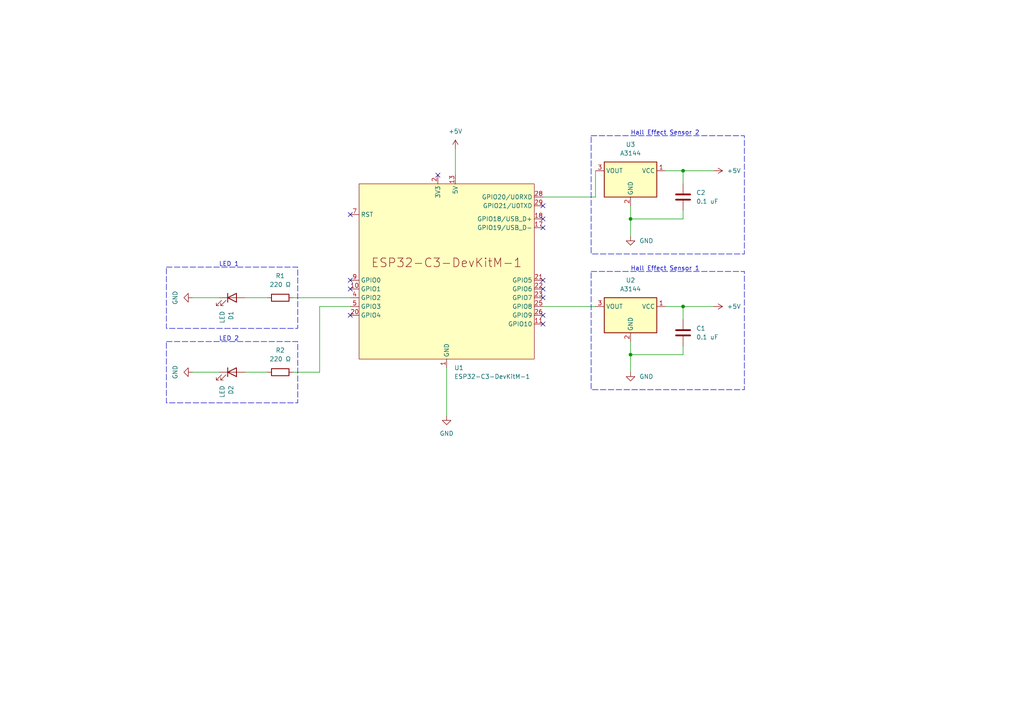
<source format=kicad_sch>
(kicad_sch (version 20230121) (generator eeschema)
  (paper "A4")
  (title_block (title "hall_sensor_async.rs") (date "2024-02-18") (rev "00") (comment 1 "dual hall effect sensors & separately controlled LEDs to test async control"))
  (lib_symbols
    (symbol "Device:C" (pin_numbers hide) (pin_names (offset 0.254))
      (property "Reference" "C" (at 0.635 2.54 0))
      (property "Value" "C" (at 0.635 -2.54 0))
      (symbol "C_0_1"
        (polyline (pts (xy -2.032 -0.762) (xy 2.032 -0.762)) (stroke (width 0.508)))
        (polyline (pts (xy -2.032 0.762) (xy 2.032 0.762)) (stroke (width 0.508)))
      )
      (symbol "C_1_1"
        (pin passive line (at 0 3.81 270) (length 2.794) (name "~") (number "1"))
        (pin passive line (at 0 -3.81 90) (length 2.794) (name "~") (number "2"))
      )
    )
    (symbol "Device:LED" (pin_numbers hide) (pin_names (offset 1.016) hide)
      (property "Reference" "D" (at 0 2.54 0))
      (property "Value" "LED" (at 0 -2.54 0))
      (symbol "LED_0_1"
        (polyline (pts (xy -1.27 -1.27) (xy -1.27 1.27)) (stroke (width 0.254)))
        (polyline (pts (xy -1.27 0) (xy 1.27 0)))
        (polyline (pts (xy 1.27 -1.27) (xy 1.27 1.27) (xy -1.27 0) (xy 1.27 -1.27)) (stroke (width 0.254)))
        (polyline (pts (xy -3.048 -0.762) (xy -4.572 -2.286) (xy -3.81 -2.286) (xy -4.572 -2.286) (xy -4.572 -1.524)))
        (polyline (pts (xy -1.778 -0.762) (xy -3.302 -2.286) (xy -2.54 -2.286) (xy -3.302 -2.286) (xy -3.302 -1.524)))
      )
      (symbol "LED_1_1"
        (pin passive line (at -3.81 0 0) (length 2.54) (name "K") (number "1"))
        (pin passive line (at 3.81 0 180) (length 2.54) (name "A") (number "2"))
      )
    )
    (symbol "Device:R" (pin_numbers hide) (pin_names (offset 0))
      (property "Reference" "R" (at 2.032 0 90))
      (property "Value" "R" (at 0 0 90))
      (symbol "R_0_1"
        (rectangle (start -1.016 -2.54) (end 1.016 2.54) (stroke (width 0.254)))
      )
      (symbol "R_1_1"
        (pin passive line (at 0 3.81 270) (length 1.27) (name "~") (number "1"))
        (pin passive line (at 0 -3.81 90) (length 1.27) (name "~") (number "2"))
      )
    )
    (symbol "PCM_Espressif:ESP32-C3-DevKitM-1"
      (property "Reference" "U" (at -25.4 30.48 0))
      (property "Value" "ESP32-C3-DevKitM-1" (at -25.4 27.94 0))
      (symbol "ESP32-C3-DevKitM-1_0_1"
        (rectangle (start -25.4 25.4) (end 25.4 -25.4) (fill (type background)))
      )
      (symbol "ESP32-C3-DevKitM-1_1_0"
        (text "ESP32-C3-DevKitM-1" (at 0 2.54 0) (effects (font (size 2.54 2.54))))
      )
      (symbol "ESP32-C3-DevKitM-1_1_1"
        (pin passive line (at 0 -27.94 90) (length 2.54) (name "GND") (number "1"))
        (pin bidirectional line (at -27.94 -5.08 0) (length 2.54) (name "GPIO1") (number "10"))
        (pin bidirectional line (at 27.94 -15.24 180) (length 2.54) (name "GPIO10") (number "11"))
        (pin passive line (at 0 -27.94 90) (length 2.54) hide (name "GND") (number "12"))
        (pin power_in line (at 2.54 27.94 270) (length 2.54) (name "5V") (number "13"))
        (pin power_in line (at 2.54 27.94 270) (length 2.54) hide (name "5V") (number "14"))
        (pin passive line (at 0 -27.94 90) (length 2.54) hide (name "GND") (number "15"))
        (pin passive line (at 0 -27.94 90) (length 2.54) hide (name "GND") (number "16"))
        (pin bidirectional line (at 27.94 12.7 180) (length 2.54) (name "GPIO19/USB_D-") (number "17"))
        (pin bidirectional line (at 27.94 15.24 180) (length 2.54) (name "GPIO18/USB_D+") (number "18"))
        (pin passive line (at 0 -27.94 90) (length 2.54) hide (name "GND") (number "19"))
        (pin power_in line (at -2.54 27.94 270) (length 2.54) (name "3V3") (number "2"))
        (pin bidirectional line (at -27.94 -12.7 0) (length 2.54) (name "GPIO4") (number "20"))
        (pin bidirectional line (at 27.94 -2.54 180) (length 2.54) (name "GPIO5") (number "21"))
        (pin bidirectional line (at 27.94 -5.08 180) (length 2.54) (name "GPIO6") (number "22"))
        (pin bidirectional line (at 27.94 -7.62 180) (length 2.54) (name "GPIO7") (number "23"))
        (pin passive line (at 0 -27.94 90) (length 2.54) hide (name "GND") (number "24"))
        (pin bidirectional line (at 27.94 -10.16 180) (length 2.54) (name "GPIO8") (number "25"))
        (pin bidirectional line (at 27.94 -12.7 180) (length 2.54) (name "GPIO9") (number "26"))
        (pin passive line (at 0 -27.94 90) (length 2.54) hide (name "GND") (number "27"))
        (pin bidirectional line (at 27.94 21.59 180) (length 2.54) (name "GPIO20/U0RXD") (number "28"))
        (pin bidirectional line (at 27.94 19.05 180) (length 2.54) (name "GPIO21/U0TXD") (number "29"))
        (pin power_in line (at -2.54 27.94 270) (length 2.54) hide (name "3V3") (number "3"))
        (pin passive line (at 0 -27.94 90) (length 2.54) hide (name "GND") (number "30"))
        (pin bidirectional line (at -27.94 -7.62 0) (length 2.54) (name "GPIO2") (number "4"))
        (pin bidirectional line (at -27.94 -10.16 0) (length 2.54) (name "GPIO3") (number "5"))
        (pin passive line (at 0 -27.94 90) (length 2.54) hide (name "GND") (number "6"))
        (pin output line (at -27.94 16.51 0) (length 2.54) (name "RST") (number "7"))
        (pin passive line (at 0 -27.94 90) (length 2.54) hide (name "GND") (number "8"))
        (pin bidirectional line (at -27.94 -2.54 0) (length 2.54) (name "GPIO0") (number "9"))
      )
    )
    (symbol "custom_symbols:A3144"
      (property "Reference" "U" (at 0 11.43 0))
      (property "Value" "A3144" (at 0 8.89 0))
      (symbol "A3144_0_1"
        (rectangle (start -5.08 7.62) (end 5.08 -7.62) (stroke (width 0.254)) (fill (type background)))
      )
      (symbol "A3144_1_1"
        (pin power_in line (at -2.54 10.16 270) (length 2.54) (name "VCC") (number "1"))
        (pin power_in line (at 7.62 0 180) (length 2.54) (name "GND") (number "2"))
        (pin open_collector line (at -2.54 -10.16 90) (length 2.54) (name "VOUT") (number "3"))
      )
    )
    (symbol "power:+5V" (power) (pin_names (offset 0))
      (property "Value" "+5V" (at 0 3.556 0))
      (symbol "+5V_0_1"
        (polyline (pts (xy -0.762 1.27) (xy 0 2.54)))
        (polyline (pts (xy 0 0) (xy 0 2.54)))
        (polyline (pts (xy 0 2.54) (xy 0.762 1.27)))
      )
      (symbol "+5V_1_1"
        (pin power_in line (at 0 0 90) (length 0) hide (name "+5V") (number "1"))
      )
    )
    (symbol "power:GND" (power) (pin_names (offset 0))
      (property "Value" "GND" (at 0 -3.81 0))
      (symbol "GND_0_1"
        (polyline (pts (xy 0 0) (xy 0 -1.27) (xy 1.27 -1.27) (xy 0 -2.54) (xy -1.27 -1.27) (xy 0 -1.27)))
      )
      (symbol "GND_1_1"
        (pin power_in line (at 0 0 270) (length 0) hide (name "GND") (number "1"))
      )
    )
  )
  (junction (at 182.88 63.5))
  (junction (at 182.88 102.87))
  (junction (at 198.12 88.9))
  (junction (at 198.12 49.53))
  (no_connect (at 127 50.8))
  (no_connect (at 157.48 63.5))
  (no_connect (at 101.6 91.44))
  (no_connect (at 101.6 83.82))
  (no_connect (at 101.6 81.28))
  (no_connect (at 157.48 93.98))
  (no_connect (at 101.6 62.23))
  (no_connect (at 157.48 83.82))
  (no_connect (at 157.48 59.69))
  (no_connect (at 157.48 66.04))
  (no_connect (at 157.48 86.36))
  (no_connect (at 157.48 91.44))
  (no_connect (at 157.48 81.28))
  (wire (pts (xy 92.71 88.9) (xy 92.71 107.95)))
  (wire (pts (xy 182.88 99.06) (xy 182.88 102.87)))
  (wire (pts (xy 182.88 63.5) (xy 182.88 68.58)))
  (wire (pts (xy 129.54 106.68) (xy 129.54 120.65)))
  (wire (pts (xy 198.12 102.87) (xy 198.12 100.33)))
  (wire (pts (xy 77.47 86.36) (xy 71.12 86.36)))
  (wire (pts (xy 193.04 88.9) (xy 198.12 88.9)))
  (wire (pts (xy 182.88 102.87) (xy 198.12 102.87)))
  (wire (pts (xy 92.71 107.95) (xy 85.09 107.95)))
  (wire (pts (xy 55.88 86.36) (xy 63.5 86.36)))
  (wire (pts (xy 132.08 43.18) (xy 132.08 50.8)))
  (wire (pts (xy 198.12 63.5) (xy 198.12 60.96)))
  (wire (pts (xy 157.48 88.9) (xy 172.72 88.9)))
  (wire (pts (xy 182.88 102.87) (xy 182.88 107.95)))
  (wire (pts (xy 157.48 57.15) (xy 172.72 57.15)))
  (wire (pts (xy 198.12 49.53) (xy 207.01 49.53)))
  (wire (pts (xy 198.12 49.53) (xy 198.12 53.34)))
  (wire (pts (xy 172.72 57.15) (xy 172.72 49.53)))
  (wire (pts (xy 85.09 86.36) (xy 101.6 86.36)))
  (wire (pts (xy 55.88 107.95) (xy 63.5 107.95)))
  (wire (pts (xy 77.47 107.95) (xy 71.12 107.95)))
  (wire (pts (xy 101.6 88.9) (xy 92.71 88.9)))
  (wire (pts (xy 182.88 59.69) (xy 182.88 63.5)))
  (wire (pts (xy 193.04 49.53) (xy 198.12 49.53)))
  (wire (pts (xy 182.88 63.5) (xy 198.12 63.5)))
  (wire (pts (xy 198.12 88.9) (xy 198.12 92.71)))
  (wire (pts (xy 198.12 88.9) (xy 207.01 88.9)))
  (rectangle (start 48.26 99.06) (end 86.36 116.84) (stroke (width 0) (type dash)))
  (rectangle (start 171.45 78.74) (end 215.9 113.03) (stroke (width 0) (type dash)))
  (rectangle (start 171.45 39.37) (end 215.9 73.66) (stroke (width 0) (type dash)))
  (rectangle (start 48.26 77.47) (end 86.36 95.25) (stroke (width 0) (type dash)))
  (rectangle (start 215.9 78.74) (end 215.9 78.74))
  (text "Hall Effect Sensor 1" (at 182.88 78.74 0) (effects (font (size 1.27 1.27)) (justify left bottom)))
  (text "Hall Effect Sensor 2" (at 182.88 39.37 0) (effects (font (size 1.27 1.27)) (justify left bottom)))
  (text "LED 2" (at 63.5 99.06 0) (effects (font (size 1.27 1.27)) (justify left bottom)))
  (text "LED 1" (at 63.5 77.47 0) (effects (font (size 1.27 1.27)) (justify left bottom)))
  (symbol (lib_id "Device:C") (at 198.12 96.52 0) (unit 1)
    (property "Reference" "C1" (at 201.93 95.25 0) (effects (justify left)))
    (property "Value" "0.1 uF" (at 201.93 97.79 0) (effects (justify left)))
  )
  (symbol (lib_id "power:GND") (at 129.54 120.65 0) (unit 1)
    (property "Reference" "#PWR01" (effects hide))
    (property "Value" "GND" (at 129.54 125.73 0))
  )
  (symbol (lib_id "power:GND") (at 55.88 86.36 270) (unit 1)
    (property "Reference" "#PWR02" (effects hide))
    (property "Value" "GND" (at 50.8 86.36 0))
  )
  (symbol (lib_id "custom_symbols:A3144") (at 182.88 52.07 270) (unit 1)
    (property "Reference" "U3" (at 182.88 41.91 90))
    (property "Value" "A3144" (at 182.88 44.45 90))
    (property "Footprint" "Package_TO_SOT_THT:TO-92Flat" (effects hide))
    (property "Datasheet" "https://components101.com/sites/default/files/component_datasheet/A3144%20Hall%20effect%20Sensor.pdf" (effects hide))
  )
  (symbol (lib_id "Device:LED") (at 67.31 107.95 0) (unit 1)
    (property "Reference" "D2" (at 66.9925 111.76 90) (effects (justify right)))
    (property "Value" "LED" (at 64.4525 111.76 90) (effects (justify right)))
  )
  (symbol (lib_id "custom_symbols:A3144") (at 182.88 91.44 270) (unit 1)
    (property "Reference" "U2" (at 182.88 81.28 90))
    (property "Value" "A3144" (at 182.88 83.82 90))
    (property "Footprint" "Package_TO_SOT_THT:TO-92Flat" (effects hide))
    (property "Datasheet" "https://components101.com/sites/default/files/component_datasheet/A3144%20Hall%20effect%20Sensor.pdf" (effects hide))
  )
  (symbol (lib_id "Device:R") (at 81.28 107.95 270) (unit 1)
    (property "Reference" "R2" (at 81.28 101.6 90))
    (property "Value" "220 Ω" (at 81.28 104.14 90))
  )
  (symbol (lib_id "power:+5V") (at 132.08 43.18 0) (unit 1)
    (property "Reference" "#PWR03" (effects hide))
    (property "Value" "+5V" (at 132.08 38.1 0))
  )
  (symbol (lib_id "Device:R") (at 81.28 86.36 270) (unit 1)
    (property "Reference" "R1" (at 81.28 80.01 90))
    (property "Value" "220 Ω" (at 81.28 82.55 90))
  )
  (symbol (lib_id "Device:C") (at 198.12 57.15 0) (unit 1)
    (property "Reference" "C2" (at 201.93 55.88 0) (effects (justify left)))
    (property "Value" "0.1 uF" (at 201.93 58.42 0) (effects (justify left)))
  )
  (symbol (lib_id "power:+5V") (at 207.01 88.9 270) (unit 1)
    (property "Reference" "#PWR04" (effects hide))
    (property "Value" "+5V" (at 210.82 88.9 90) (effects (justify left)))
  )
  (symbol (lib_id "power:+5V") (at 207.01 49.53 270) (unit 1)
    (property "Reference" "#PWR08" (effects hide))
    (property "Value" "+5V" (at 210.82 49.53 90) (effects (justify left)))
  )
  (symbol (lib_id "power:GND") (at 182.88 107.95 0) (unit 1)
    (property "Reference" "#PWR05" (effects hide))
    (property "Value" "GND" (at 185.42 109.22 0) (effects (justify left)))
  )
  (symbol (lib_id "power:GND") (at 182.88 68.58 0) (unit 1)
    (property "Reference" "#PWR07" (effects hide))
    (property "Value" "GND" (at 185.42 69.85 0) (effects (justify left)))
  )
  (symbol (lib_id "Device:LED") (at 67.31 86.36 0) (unit 1)
    (property "Reference" "D1" (at 66.9925 90.17 90) (effects (justify right)))
    (property "Value" "LED" (at 64.4525 90.17 90) (effects (justify right)))
  )
  (symbol (lib_id "PCM_Espressif:ESP32-C3-DevKitM-1") (at 129.54 78.74 0) (unit 1)
    (property "Reference" "U1" (at 131.7341 106.68 0) (effects (justify left)))
    (property "Value" "ESP32-C3-DevKitM-1" (at 131.7341 109.22 0) (effects (justify left)))
    (property "Footprint" "PCM_Espressif:ESP32-C3-DevKitM-1" (effects hide))
    (property "Datasheet" "https://www.espressif.com/sites/default/files/documentation/esp32-c3-mini-1_datasheet_en.pdf" (effects hide))
  )
  (symbol (lib_id "power:GND") (at 55.88 107.95 270) (unit 1)
    (property "Reference" "#PWR06" (effects hide))
    (property "Value" "GND" (at 50.8 107.95 0))
  )
)
</source>
